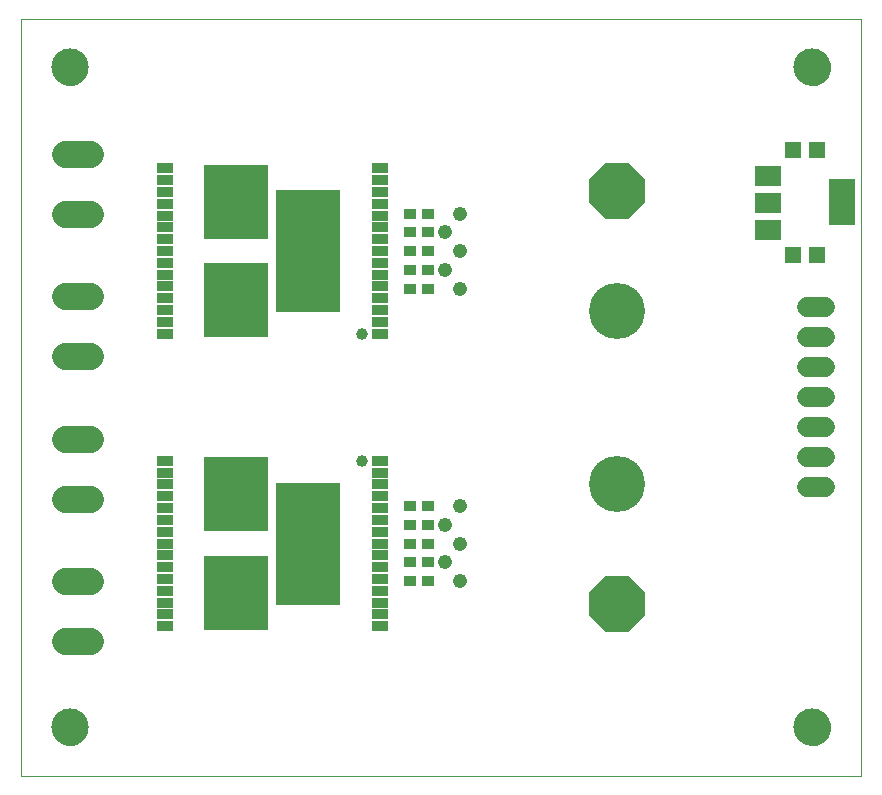
<source format=gts>
G75*
G70*
%OFA0B0*%
%FSLAX24Y24*%
%IPPOS*%
%LPD*%
%AMOC8*
5,1,8,0,0,1.08239X$1,22.5*
%
%ADD10C,0.0000*%
%ADD11R,0.0572X0.0324*%
%ADD12R,0.2127X0.4115*%
%ADD13R,0.2127X0.2513*%
%ADD14C,0.1241*%
%ADD15R,0.0850X0.0650*%
%ADD16R,0.0850X0.1560*%
%ADD17R,0.0532X0.0572*%
%ADD18C,0.1870*%
%ADD19OC8,0.1870*%
%ADD20R,0.0414X0.0375*%
%ADD21C,0.0885*%
%ADD22C,0.0651*%
%ADD23C,0.0476*%
%ADD24C,0.0397*%
D10*
X000180Y000180D02*
X000180Y025425D01*
X028172Y025425D01*
X028172Y000180D01*
X000180Y000180D01*
X001214Y001805D02*
X001216Y001853D01*
X001222Y001901D01*
X001232Y001948D01*
X001245Y001994D01*
X001263Y002039D01*
X001283Y002083D01*
X001308Y002125D01*
X001336Y002164D01*
X001366Y002201D01*
X001400Y002235D01*
X001437Y002267D01*
X001475Y002296D01*
X001516Y002321D01*
X001559Y002343D01*
X001604Y002361D01*
X001650Y002375D01*
X001697Y002386D01*
X001745Y002393D01*
X001793Y002396D01*
X001841Y002395D01*
X001889Y002390D01*
X001937Y002381D01*
X001983Y002369D01*
X002028Y002352D01*
X002072Y002332D01*
X002114Y002309D01*
X002154Y002282D01*
X002192Y002252D01*
X002227Y002219D01*
X002259Y002183D01*
X002289Y002145D01*
X002315Y002104D01*
X002337Y002061D01*
X002357Y002017D01*
X002372Y001972D01*
X002384Y001925D01*
X002392Y001877D01*
X002396Y001829D01*
X002396Y001781D01*
X002392Y001733D01*
X002384Y001685D01*
X002372Y001638D01*
X002357Y001593D01*
X002337Y001549D01*
X002315Y001506D01*
X002289Y001465D01*
X002259Y001427D01*
X002227Y001391D01*
X002192Y001358D01*
X002154Y001328D01*
X002114Y001301D01*
X002072Y001278D01*
X002028Y001258D01*
X001983Y001241D01*
X001937Y001229D01*
X001889Y001220D01*
X001841Y001215D01*
X001793Y001214D01*
X001745Y001217D01*
X001697Y001224D01*
X001650Y001235D01*
X001604Y001249D01*
X001559Y001267D01*
X001516Y001289D01*
X001475Y001314D01*
X001437Y001343D01*
X001400Y001375D01*
X001366Y001409D01*
X001336Y001446D01*
X001308Y001485D01*
X001283Y001527D01*
X001263Y001571D01*
X001245Y001616D01*
X001232Y001662D01*
X001222Y001709D01*
X001216Y001757D01*
X001214Y001805D01*
X001214Y023805D02*
X001216Y023853D01*
X001222Y023901D01*
X001232Y023948D01*
X001245Y023994D01*
X001263Y024039D01*
X001283Y024083D01*
X001308Y024125D01*
X001336Y024164D01*
X001366Y024201D01*
X001400Y024235D01*
X001437Y024267D01*
X001475Y024296D01*
X001516Y024321D01*
X001559Y024343D01*
X001604Y024361D01*
X001650Y024375D01*
X001697Y024386D01*
X001745Y024393D01*
X001793Y024396D01*
X001841Y024395D01*
X001889Y024390D01*
X001937Y024381D01*
X001983Y024369D01*
X002028Y024352D01*
X002072Y024332D01*
X002114Y024309D01*
X002154Y024282D01*
X002192Y024252D01*
X002227Y024219D01*
X002259Y024183D01*
X002289Y024145D01*
X002315Y024104D01*
X002337Y024061D01*
X002357Y024017D01*
X002372Y023972D01*
X002384Y023925D01*
X002392Y023877D01*
X002396Y023829D01*
X002396Y023781D01*
X002392Y023733D01*
X002384Y023685D01*
X002372Y023638D01*
X002357Y023593D01*
X002337Y023549D01*
X002315Y023506D01*
X002289Y023465D01*
X002259Y023427D01*
X002227Y023391D01*
X002192Y023358D01*
X002154Y023328D01*
X002114Y023301D01*
X002072Y023278D01*
X002028Y023258D01*
X001983Y023241D01*
X001937Y023229D01*
X001889Y023220D01*
X001841Y023215D01*
X001793Y023214D01*
X001745Y023217D01*
X001697Y023224D01*
X001650Y023235D01*
X001604Y023249D01*
X001559Y023267D01*
X001516Y023289D01*
X001475Y023314D01*
X001437Y023343D01*
X001400Y023375D01*
X001366Y023409D01*
X001336Y023446D01*
X001308Y023485D01*
X001283Y023527D01*
X001263Y023571D01*
X001245Y023616D01*
X001232Y023662D01*
X001222Y023709D01*
X001216Y023757D01*
X001214Y023805D01*
X025964Y023805D02*
X025966Y023853D01*
X025972Y023901D01*
X025982Y023948D01*
X025995Y023994D01*
X026013Y024039D01*
X026033Y024083D01*
X026058Y024125D01*
X026086Y024164D01*
X026116Y024201D01*
X026150Y024235D01*
X026187Y024267D01*
X026225Y024296D01*
X026266Y024321D01*
X026309Y024343D01*
X026354Y024361D01*
X026400Y024375D01*
X026447Y024386D01*
X026495Y024393D01*
X026543Y024396D01*
X026591Y024395D01*
X026639Y024390D01*
X026687Y024381D01*
X026733Y024369D01*
X026778Y024352D01*
X026822Y024332D01*
X026864Y024309D01*
X026904Y024282D01*
X026942Y024252D01*
X026977Y024219D01*
X027009Y024183D01*
X027039Y024145D01*
X027065Y024104D01*
X027087Y024061D01*
X027107Y024017D01*
X027122Y023972D01*
X027134Y023925D01*
X027142Y023877D01*
X027146Y023829D01*
X027146Y023781D01*
X027142Y023733D01*
X027134Y023685D01*
X027122Y023638D01*
X027107Y023593D01*
X027087Y023549D01*
X027065Y023506D01*
X027039Y023465D01*
X027009Y023427D01*
X026977Y023391D01*
X026942Y023358D01*
X026904Y023328D01*
X026864Y023301D01*
X026822Y023278D01*
X026778Y023258D01*
X026733Y023241D01*
X026687Y023229D01*
X026639Y023220D01*
X026591Y023215D01*
X026543Y023214D01*
X026495Y023217D01*
X026447Y023224D01*
X026400Y023235D01*
X026354Y023249D01*
X026309Y023267D01*
X026266Y023289D01*
X026225Y023314D01*
X026187Y023343D01*
X026150Y023375D01*
X026116Y023409D01*
X026086Y023446D01*
X026058Y023485D01*
X026033Y023527D01*
X026013Y023571D01*
X025995Y023616D01*
X025982Y023662D01*
X025972Y023709D01*
X025966Y023757D01*
X025964Y023805D01*
X025964Y001805D02*
X025966Y001853D01*
X025972Y001901D01*
X025982Y001948D01*
X025995Y001994D01*
X026013Y002039D01*
X026033Y002083D01*
X026058Y002125D01*
X026086Y002164D01*
X026116Y002201D01*
X026150Y002235D01*
X026187Y002267D01*
X026225Y002296D01*
X026266Y002321D01*
X026309Y002343D01*
X026354Y002361D01*
X026400Y002375D01*
X026447Y002386D01*
X026495Y002393D01*
X026543Y002396D01*
X026591Y002395D01*
X026639Y002390D01*
X026687Y002381D01*
X026733Y002369D01*
X026778Y002352D01*
X026822Y002332D01*
X026864Y002309D01*
X026904Y002282D01*
X026942Y002252D01*
X026977Y002219D01*
X027009Y002183D01*
X027039Y002145D01*
X027065Y002104D01*
X027087Y002061D01*
X027107Y002017D01*
X027122Y001972D01*
X027134Y001925D01*
X027142Y001877D01*
X027146Y001829D01*
X027146Y001781D01*
X027142Y001733D01*
X027134Y001685D01*
X027122Y001638D01*
X027107Y001593D01*
X027087Y001549D01*
X027065Y001506D01*
X027039Y001465D01*
X027009Y001427D01*
X026977Y001391D01*
X026942Y001358D01*
X026904Y001328D01*
X026864Y001301D01*
X026822Y001278D01*
X026778Y001258D01*
X026733Y001241D01*
X026687Y001229D01*
X026639Y001220D01*
X026591Y001215D01*
X026543Y001214D01*
X026495Y001217D01*
X026447Y001224D01*
X026400Y001235D01*
X026354Y001249D01*
X026309Y001267D01*
X026266Y001289D01*
X026225Y001314D01*
X026187Y001343D01*
X026150Y001375D01*
X026116Y001409D01*
X026086Y001446D01*
X026058Y001485D01*
X026033Y001527D01*
X026013Y001571D01*
X025995Y001616D01*
X025982Y001662D01*
X025972Y001709D01*
X025966Y001757D01*
X025964Y001805D01*
D11*
X012138Y005174D03*
X012138Y005568D03*
X012138Y005961D03*
X012138Y006355D03*
X012138Y006749D03*
X012138Y007143D03*
X012138Y007536D03*
X012138Y007930D03*
X012138Y008324D03*
X012138Y008717D03*
X012138Y009111D03*
X012138Y009505D03*
X012138Y009899D03*
X012138Y010292D03*
X012138Y010686D03*
X012138Y014924D03*
X012138Y015318D03*
X012138Y015711D03*
X012138Y016105D03*
X012138Y016499D03*
X012138Y016893D03*
X012138Y017286D03*
X012138Y017680D03*
X012138Y018074D03*
X012138Y018467D03*
X012138Y018861D03*
X012138Y019255D03*
X012138Y019649D03*
X012138Y020042D03*
X012138Y020436D03*
X004972Y020436D03*
X004972Y020042D03*
X004972Y019649D03*
X004972Y019255D03*
X004972Y018861D03*
X004972Y018467D03*
X004972Y018074D03*
X004972Y017680D03*
X004972Y017286D03*
X004972Y016893D03*
X004972Y016499D03*
X004972Y016105D03*
X004972Y015711D03*
X004972Y015318D03*
X004972Y014924D03*
X004972Y010686D03*
X004972Y010292D03*
X004972Y009899D03*
X004972Y009505D03*
X004972Y009111D03*
X004972Y008717D03*
X004972Y008324D03*
X004972Y007930D03*
X004972Y007536D03*
X004972Y007143D03*
X004972Y006749D03*
X004972Y006355D03*
X004972Y005961D03*
X004972Y005568D03*
X004972Y005174D03*
D12*
X009756Y007930D03*
X009756Y017680D03*
D13*
X007354Y016040D03*
X007354Y019320D03*
X007354Y009570D03*
X007354Y006290D03*
D14*
X001805Y001805D03*
X001805Y023805D03*
X026555Y023805D03*
X026555Y001805D03*
D15*
X025065Y018395D03*
X025065Y019295D03*
X025065Y020195D03*
D16*
X027545Y019305D03*
D17*
X026705Y021055D03*
X025905Y021055D03*
X025905Y017555D03*
X026705Y017555D03*
D18*
X020055Y015680D03*
X020055Y009930D03*
D19*
X020055Y005930D03*
X020055Y019680D03*
D20*
X013730Y018930D03*
X013130Y018930D03*
X013130Y018305D03*
X013730Y018305D03*
X013730Y017680D03*
X013130Y017680D03*
X013130Y017055D03*
X013730Y017055D03*
X013730Y016430D03*
X013130Y016430D03*
X013130Y009180D03*
X013730Y009180D03*
X013730Y008555D03*
X013130Y008555D03*
X013130Y007930D03*
X013730Y007930D03*
X013730Y007305D03*
X013130Y007305D03*
X013130Y006680D03*
X013730Y006680D03*
D21*
X002468Y006680D02*
X001643Y006680D01*
X001643Y004680D02*
X002468Y004680D01*
X002468Y009430D02*
X001643Y009430D01*
X001643Y011430D02*
X002468Y011430D01*
X002468Y014180D02*
X001643Y014180D01*
X001643Y016180D02*
X002468Y016180D01*
X002468Y018930D02*
X001643Y018930D01*
X001643Y020930D02*
X002468Y020930D01*
D22*
X026385Y015805D02*
X026975Y015805D01*
X026975Y014805D02*
X026385Y014805D01*
X026385Y013805D02*
X026975Y013805D01*
X026975Y012805D02*
X026385Y012805D01*
X026385Y011805D02*
X026975Y011805D01*
X026975Y010805D02*
X026385Y010805D01*
X026385Y009805D02*
X026975Y009805D01*
D23*
X014805Y009180D03*
X014305Y008555D03*
X014805Y007930D03*
X014305Y007305D03*
X014805Y006680D03*
X014805Y016430D03*
X014305Y017055D03*
X014805Y017680D03*
X014305Y018305D03*
X014805Y018930D03*
D24*
X011555Y014930D03*
X008180Y015055D03*
X008180Y015430D03*
X007805Y015430D03*
X007805Y015055D03*
X007305Y015055D03*
X007305Y015430D03*
X006930Y015430D03*
X006930Y015055D03*
X006555Y015055D03*
X006555Y015430D03*
X006555Y015805D03*
X006930Y015805D03*
X007305Y015805D03*
X007305Y016305D03*
X007305Y016680D03*
X006930Y016680D03*
X006930Y016305D03*
X006555Y016305D03*
X006555Y016680D03*
X006555Y017055D03*
X006930Y017055D03*
X007305Y017055D03*
X007805Y017055D03*
X008180Y017055D03*
X008180Y016680D03*
X008180Y016305D03*
X007805Y016305D03*
X007805Y016680D03*
X007805Y015805D03*
X008180Y015805D03*
X008180Y010555D03*
X007805Y010555D03*
X007805Y010180D03*
X007805Y009805D03*
X008180Y009805D03*
X008180Y010180D03*
X008180Y009305D03*
X007805Y009305D03*
X007805Y008930D03*
X007805Y008555D03*
X008180Y008555D03*
X008180Y008930D03*
X007305Y008930D03*
X007305Y008555D03*
X006930Y008555D03*
X006930Y008930D03*
X006930Y009305D03*
X007305Y009305D03*
X007305Y009805D03*
X007305Y010180D03*
X006930Y010180D03*
X006930Y009805D03*
X006555Y009805D03*
X006555Y010180D03*
X006555Y010555D03*
X006930Y010555D03*
X007305Y010555D03*
X006555Y009305D03*
X006555Y008930D03*
X006555Y008555D03*
X011555Y010680D03*
M02*

</source>
